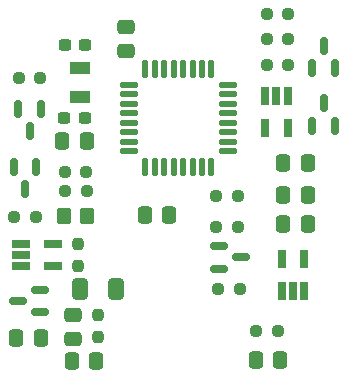
<source format=gbr>
%TF.GenerationSoftware,KiCad,Pcbnew,(6.0.9)*%
%TF.CreationDate,2023-01-20T21:16:28+01:00*%
%TF.ProjectId,AGH-CLK-01,4147482d-434c-44b2-9d30-312e6b696361,rev?*%
%TF.SameCoordinates,Original*%
%TF.FileFunction,Paste,Top*%
%TF.FilePolarity,Positive*%
%FSLAX46Y46*%
G04 Gerber Fmt 4.6, Leading zero omitted, Abs format (unit mm)*
G04 Created by KiCad (PCBNEW (6.0.9)) date 2023-01-20 21:16:28*
%MOMM*%
%LPD*%
G01*
G04 APERTURE LIST*
G04 Aperture macros list*
%AMRoundRect*
0 Rectangle with rounded corners*
0 $1 Rounding radius*
0 $2 $3 $4 $5 $6 $7 $8 $9 X,Y pos of 4 corners*
0 Add a 4 corners polygon primitive as box body*
4,1,4,$2,$3,$4,$5,$6,$7,$8,$9,$2,$3,0*
0 Add four circle primitives for the rounded corners*
1,1,$1+$1,$2,$3*
1,1,$1+$1,$4,$5*
1,1,$1+$1,$6,$7*
1,1,$1+$1,$8,$9*
0 Add four rect primitives between the rounded corners*
20,1,$1+$1,$2,$3,$4,$5,0*
20,1,$1+$1,$4,$5,$6,$7,0*
20,1,$1+$1,$6,$7,$8,$9,0*
20,1,$1+$1,$8,$9,$2,$3,0*%
G04 Aperture macros list end*
%ADD10RoundRect,0.250000X0.337500X0.475000X-0.337500X0.475000X-0.337500X-0.475000X0.337500X-0.475000X0*%
%ADD11RoundRect,0.237500X-0.250000X-0.237500X0.250000X-0.237500X0.250000X0.237500X-0.250000X0.237500X0*%
%ADD12RoundRect,0.237500X0.300000X0.237500X-0.300000X0.237500X-0.300000X-0.237500X0.300000X-0.237500X0*%
%ADD13R,1.560000X0.650000*%
%ADD14RoundRect,0.250000X-0.350000X-0.450000X0.350000X-0.450000X0.350000X0.450000X-0.350000X0.450000X0*%
%ADD15RoundRect,0.237500X-0.237500X0.250000X-0.237500X-0.250000X0.237500X-0.250000X0.237500X0.250000X0*%
%ADD16RoundRect,0.250000X-0.337500X-0.475000X0.337500X-0.475000X0.337500X0.475000X-0.337500X0.475000X0*%
%ADD17RoundRect,0.237500X0.250000X0.237500X-0.250000X0.237500X-0.250000X-0.237500X0.250000X-0.237500X0*%
%ADD18R,0.650000X1.560000*%
%ADD19RoundRect,0.250000X-0.475000X0.337500X-0.475000X-0.337500X0.475000X-0.337500X0.475000X0.337500X0*%
%ADD20RoundRect,0.250000X0.475000X-0.337500X0.475000X0.337500X-0.475000X0.337500X-0.475000X-0.337500X0*%
%ADD21RoundRect,0.150000X-0.150000X0.587500X-0.150000X-0.587500X0.150000X-0.587500X0.150000X0.587500X0*%
%ADD22RoundRect,0.125000X-0.625000X-0.125000X0.625000X-0.125000X0.625000X0.125000X-0.625000X0.125000X0*%
%ADD23RoundRect,0.125000X-0.125000X-0.625000X0.125000X-0.625000X0.125000X0.625000X-0.125000X0.625000X0*%
%ADD24RoundRect,0.150000X0.150000X-0.587500X0.150000X0.587500X-0.150000X0.587500X-0.150000X-0.587500X0*%
%ADD25RoundRect,0.150000X0.587500X0.150000X-0.587500X0.150000X-0.587500X-0.150000X0.587500X-0.150000X0*%
%ADD26RoundRect,0.250000X-0.412500X-0.650000X0.412500X-0.650000X0.412500X0.650000X-0.412500X0.650000X0*%
%ADD27R,1.800000X1.000000*%
%ADD28RoundRect,0.150000X-0.587500X-0.150000X0.587500X-0.150000X0.587500X0.150000X-0.587500X0.150000X0*%
G04 APERTURE END LIST*
D10*
%TO.C,C13*%
X197727500Y-81499000D03*
X195652500Y-81499000D03*
%TD*%
D11*
%TO.C,R4*%
X212177500Y-52099000D03*
X214002500Y-52099000D03*
%TD*%
D12*
%TO.C,C4*%
X196752500Y-60899000D03*
X195027500Y-60899000D03*
%TD*%
D13*
%TO.C,U5*%
X191340000Y-71549000D03*
X191340000Y-72499000D03*
X191340000Y-73449000D03*
X194040000Y-73449000D03*
X194040000Y-71549000D03*
%TD*%
D10*
%TO.C,C10*%
X203927500Y-69099000D03*
X201852500Y-69099000D03*
%TD*%
D14*
%TO.C,R13*%
X194990000Y-69199000D03*
X196990000Y-69199000D03*
%TD*%
D15*
%TO.C,R14*%
X197890000Y-77586500D03*
X197890000Y-79411500D03*
%TD*%
D11*
%TO.C,R12*%
X211277500Y-78899000D03*
X213102500Y-78899000D03*
%TD*%
D16*
%TO.C,C2*%
X213552500Y-64699000D03*
X215627500Y-64699000D03*
%TD*%
D12*
%TO.C,C5*%
X196790000Y-54699000D03*
X195065000Y-54699000D03*
%TD*%
D17*
%TO.C,R5*%
X192602500Y-69299000D03*
X190777500Y-69299000D03*
%TD*%
D18*
%TO.C,U3*%
X213440000Y-75549000D03*
X214390000Y-75549000D03*
X215340000Y-75549000D03*
X215340000Y-72849000D03*
X213440000Y-72849000D03*
%TD*%
D19*
%TO.C,C8*%
X195790000Y-77561500D03*
X195790000Y-79636500D03*
%TD*%
D15*
%TO.C,R11*%
X196190000Y-71586500D03*
X196190000Y-73411500D03*
%TD*%
D20*
%TO.C,C1*%
X200290000Y-55236500D03*
X200290000Y-53161500D03*
%TD*%
D21*
%TO.C,Q1*%
X193040000Y-60124000D03*
X191140000Y-60124000D03*
X192090000Y-61999000D03*
%TD*%
D17*
%TO.C,R7*%
X196902500Y-65499000D03*
X195077500Y-65499000D03*
%TD*%
%TO.C,R9*%
X209702500Y-67499000D03*
X207877500Y-67499000D03*
%TD*%
D22*
%TO.C,U1*%
X200515000Y-58099000D03*
X200515000Y-58899000D03*
X200515000Y-59699000D03*
X200515000Y-60499000D03*
X200515000Y-61299000D03*
X200515000Y-62099000D03*
X200515000Y-62899000D03*
X200515000Y-63699000D03*
D23*
X201890000Y-65074000D03*
X202690000Y-65074000D03*
X203490000Y-65074000D03*
X204290000Y-65074000D03*
X205090000Y-65074000D03*
X205890000Y-65074000D03*
X206690000Y-65074000D03*
X207490000Y-65074000D03*
D22*
X208865000Y-63699000D03*
X208865000Y-62899000D03*
X208865000Y-62099000D03*
X208865000Y-61299000D03*
X208865000Y-60499000D03*
X208865000Y-59699000D03*
X208865000Y-58899000D03*
X208865000Y-58099000D03*
D23*
X207490000Y-56724000D03*
X206690000Y-56724000D03*
X205890000Y-56724000D03*
X205090000Y-56724000D03*
X204290000Y-56724000D03*
X203490000Y-56724000D03*
X202690000Y-56724000D03*
X201890000Y-56724000D03*
%TD*%
D16*
%TO.C,C9*%
X213552500Y-67399000D03*
X215627500Y-67399000D03*
%TD*%
D10*
%TO.C,C12*%
X213327500Y-81399000D03*
X211252500Y-81399000D03*
%TD*%
D24*
%TO.C,D1*%
X216040000Y-56636500D03*
X217940000Y-56636500D03*
X216990000Y-54761500D03*
%TD*%
D17*
%TO.C,R10*%
X209902500Y-75399000D03*
X208077500Y-75399000D03*
%TD*%
D24*
%TO.C,D2*%
X216040000Y-61536500D03*
X217940000Y-61536500D03*
X216990000Y-59661500D03*
%TD*%
D16*
%TO.C,C7*%
X213552500Y-69899000D03*
X215627500Y-69899000D03*
%TD*%
D11*
%TO.C,R6*%
X195090000Y-67099000D03*
X196915000Y-67099000D03*
%TD*%
D18*
%TO.C,U4*%
X213940000Y-59049000D03*
X212990000Y-59049000D03*
X212040000Y-59049000D03*
X212040000Y-61749000D03*
X213940000Y-61749000D03*
%TD*%
D25*
%TO.C,U2*%
X192965000Y-77349000D03*
X192965000Y-75449000D03*
X191090000Y-76399000D03*
%TD*%
D26*
%TO.C,C11*%
X196327500Y-75399000D03*
X199452500Y-75399000D03*
%TD*%
D16*
%TO.C,C6*%
X190952500Y-79499000D03*
X193027500Y-79499000D03*
%TD*%
D21*
%TO.C,Q2*%
X192640000Y-65061500D03*
X190740000Y-65061500D03*
X191690000Y-66936500D03*
%TD*%
D10*
%TO.C,C3*%
X196952500Y-62799000D03*
X194877500Y-62799000D03*
%TD*%
D11*
%TO.C,R1*%
X191177500Y-57499000D03*
X193002500Y-57499000D03*
%TD*%
%TO.C,R3*%
X212177500Y-54199000D03*
X214002500Y-54199000D03*
%TD*%
D27*
%TO.C,Y1*%
X196390000Y-59149000D03*
X196390000Y-56649000D03*
%TD*%
D17*
%TO.C,R8*%
X209737500Y-70125000D03*
X207912500Y-70125000D03*
%TD*%
D11*
%TO.C,R2*%
X212177500Y-56399000D03*
X214002500Y-56399000D03*
%TD*%
D28*
%TO.C,Q3*%
X208152500Y-71749000D03*
X208152500Y-73649000D03*
X210027500Y-72699000D03*
%TD*%
M02*

</source>
